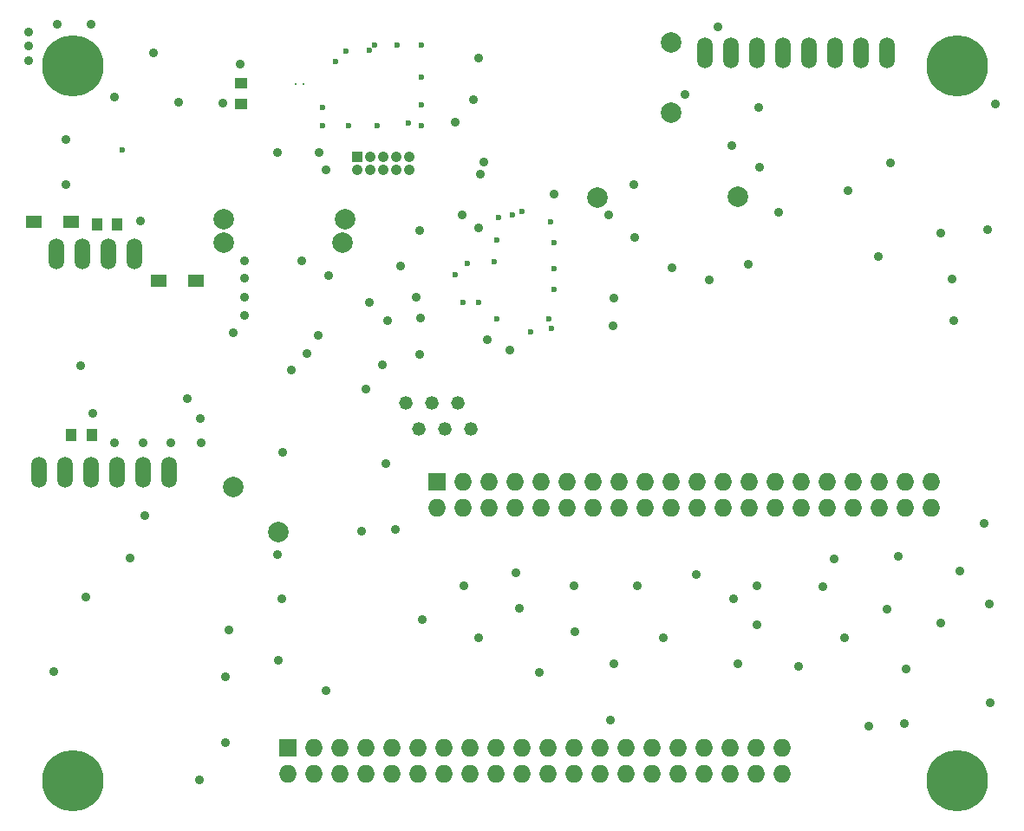
<source format=gts>
G04 #@! TF.FileFunction,Soldermask,Top*
%FSLAX46Y46*%
G04 Gerber Fmt 4.6, Leading zero omitted, Abs format (unit mm)*
G04 Created by KiCad (PCBNEW 4.0.2-4+6225~38~ubuntu15.04.1-stable) date So 06 Mär 2016 00:32:31 CET*
%MOMM*%
G01*
G04 APERTURE LIST*
%ADD10C,0.150000*%
%ADD11C,0.899160*%
%ADD12O,1.506220X3.014980*%
%ADD13R,1.600200X1.198880*%
%ADD14C,6.000000*%
%ADD15R,1.727200X1.727200*%
%ADD16O,1.727200X1.727200*%
%ADD17R,1.050000X1.050000*%
%ADD18C,1.050000*%
%ADD19R,1.000000X1.250000*%
%ADD20R,0.200000X0.200000*%
%ADD21R,1.250000X1.000000*%
%ADD22C,1.320800*%
%ADD23C,2.000000*%
%ADD24C,0.889000*%
%ADD25C,0.600000*%
G04 APERTURE END LIST*
D10*
D11*
X6311900Y-17312640D03*
X6311900Y-12913360D03*
D12*
X86488000Y-4445000D03*
X83948000Y-4445000D03*
X68708000Y-4445000D03*
X71248000Y-4445000D03*
X73788000Y-4445000D03*
X76328000Y-4445000D03*
X78868000Y-4445000D03*
X81408000Y-4445000D03*
X5335000Y-24130000D03*
X7875000Y-24130000D03*
X10415000Y-24130000D03*
X12955000Y-24130000D03*
D13*
X3152140Y-21005800D03*
X6753860Y-21005800D03*
D12*
X3684000Y-45466000D03*
X6224000Y-45466000D03*
X8764000Y-45466000D03*
X11304000Y-45466000D03*
X13844000Y-45466000D03*
X16384000Y-45466000D03*
D14*
X6986000Y-5715000D03*
X93346000Y-5715000D03*
X93345000Y-75565000D03*
X6985000Y-75565000D03*
D15*
X27941000Y-72390000D03*
D16*
X27941000Y-74930000D03*
X30481000Y-72390000D03*
X30481000Y-74930000D03*
X33021000Y-72390000D03*
X33021000Y-74930000D03*
X35561000Y-72390000D03*
X35561000Y-74930000D03*
X38101000Y-72390000D03*
X38101000Y-74930000D03*
X40641000Y-72390000D03*
X40641000Y-74930000D03*
X43181000Y-72390000D03*
X43181000Y-74930000D03*
X45721000Y-72390000D03*
X45721000Y-74930000D03*
X48261000Y-72390000D03*
X48261000Y-74930000D03*
X50801000Y-72390000D03*
X50801000Y-74930000D03*
X53341000Y-72390000D03*
X53341000Y-74930000D03*
X55881000Y-72390000D03*
X55881000Y-74930000D03*
X58421000Y-72390000D03*
X58421000Y-74930000D03*
X60961000Y-72390000D03*
X60961000Y-74930000D03*
X63501000Y-72390000D03*
X63501000Y-74930000D03*
X66041000Y-72390000D03*
X66041000Y-74930000D03*
X68581000Y-72390000D03*
X68581000Y-74930000D03*
X71121000Y-72390000D03*
X71121000Y-74930000D03*
X73661000Y-72390000D03*
X73661000Y-74930000D03*
X76201000Y-72390000D03*
X76201000Y-74930000D03*
D15*
X42546000Y-46355000D03*
D16*
X42546000Y-48895000D03*
X45086000Y-46355000D03*
X45086000Y-48895000D03*
X47626000Y-46355000D03*
X47626000Y-48895000D03*
X50166000Y-46355000D03*
X50166000Y-48895000D03*
X52706000Y-46355000D03*
X52706000Y-48895000D03*
X55246000Y-46355000D03*
X55246000Y-48895000D03*
X57786000Y-46355000D03*
X57786000Y-48895000D03*
X60326000Y-46355000D03*
X60326000Y-48895000D03*
X62866000Y-46355000D03*
X62866000Y-48895000D03*
X65406000Y-46355000D03*
X65406000Y-48895000D03*
X67946000Y-46355000D03*
X67946000Y-48895000D03*
X70486000Y-46355000D03*
X70486000Y-48895000D03*
X73026000Y-46355000D03*
X73026000Y-48895000D03*
X75566000Y-46355000D03*
X75566000Y-48895000D03*
X78106000Y-46355000D03*
X78106000Y-48895000D03*
X80646000Y-46355000D03*
X80646000Y-48895000D03*
X83186000Y-46355000D03*
X83186000Y-48895000D03*
X85726000Y-46355000D03*
X85726000Y-48895000D03*
X88266000Y-46355000D03*
X88266000Y-48895000D03*
X90806000Y-46355000D03*
X90806000Y-48895000D03*
D17*
X34722800Y-14605000D03*
D18*
X35992800Y-14605000D03*
X37262800Y-14605000D03*
X38532800Y-14605000D03*
X39802800Y-14605000D03*
X35992800Y-15875000D03*
X37262800Y-15875000D03*
X38532800Y-15875000D03*
X39802800Y-15875000D03*
X34722800Y-15875000D03*
D19*
X11288000Y-21209000D03*
X9288000Y-21209000D03*
D13*
X18945860Y-26695400D03*
X15344140Y-26695400D03*
D19*
X8823200Y-41808400D03*
X6823200Y-41808400D03*
D20*
X28684000Y-7493000D03*
X29484000Y-7493000D03*
D21*
X23418800Y-9432800D03*
X23418800Y-7432800D03*
D22*
X39497000Y-38671500D03*
X40767000Y-41211500D03*
X42037000Y-38671500D03*
X43307000Y-41211500D03*
X44577000Y-38671500D03*
X45847000Y-41211500D03*
D23*
X33275000Y-22987000D03*
X21654500Y-22987000D03*
X22607000Y-46863000D03*
X27052000Y-51308000D03*
D24*
X21590000Y-9398000D03*
D23*
X71883000Y-18542000D03*
X58192400Y-18567400D03*
D24*
X21844000Y-71882000D03*
X21844000Y-65405000D03*
X26924000Y-14224000D03*
X30988000Y-14224000D03*
X96456500Y-58293000D03*
X93599000Y-55118000D03*
X37528500Y-44577000D03*
X19354800Y-75539600D03*
X27457400Y-43484800D03*
X80200500Y-56642000D03*
X81280000Y-53949600D03*
X67843400Y-55397400D03*
X50241200Y-55270400D03*
X73761600Y-56540400D03*
X55880000Y-56515000D03*
X23317200Y-5537200D03*
X47421800Y-32461200D03*
X46786800Y-16357600D03*
X44958000Y-20320000D03*
X40792400Y-21793200D03*
X47117000Y-15163800D03*
X17272000Y-9271000D03*
X13525500Y-20891500D03*
D25*
X11811000Y-13970000D03*
D24*
X31940500Y-26225500D03*
X29337000Y-24765000D03*
X31686500Y-15875000D03*
X35179000Y-51181000D03*
X45148500Y-56515000D03*
X59436000Y-69659500D03*
X96267000Y-21717000D03*
X97028000Y-9461500D03*
X8864600Y-39649400D03*
X7696200Y-35026600D03*
X29845000Y-33883600D03*
X30886400Y-32080200D03*
X82678000Y-17907000D03*
X86804500Y-15240000D03*
X59753500Y-64198500D03*
X56007000Y-61023500D03*
X52514500Y-65024000D03*
X50546000Y-58737500D03*
X22225000Y-60833000D03*
X27368500Y-57848500D03*
X27052000Y-63817500D03*
X31686500Y-66802000D03*
X92964000Y-30607000D03*
X71310500Y-13525500D03*
X69977000Y-1968500D03*
X44323000Y-11239500D03*
X66738500Y-8572500D03*
X40895000Y-30353000D03*
X40830500Y-33909000D03*
X61849000Y-22479000D03*
X59690000Y-31115000D03*
X59817000Y-28448000D03*
X75870800Y-20040600D03*
X41084500Y-59880500D03*
X88138000Y-69977000D03*
X85598000Y-24384000D03*
X73914000Y-9779000D03*
X53975000Y-18288000D03*
X46609000Y-21590000D03*
X49657000Y-33528000D03*
X59309000Y-20320000D03*
X72898000Y-25146000D03*
X38989000Y-25273000D03*
X35941000Y-28829000D03*
X88328500Y-64706500D03*
X84709000Y-70231000D03*
X96520000Y-67945000D03*
X22580600Y-31826200D03*
X23698200Y-30099000D03*
X23698200Y-28321000D03*
X23698200Y-26492200D03*
X23698200Y-24765000D03*
X11049000Y-42595800D03*
X13843000Y-42595800D03*
X16535400Y-42545000D03*
X19481800Y-42595800D03*
X19431000Y-40208200D03*
X18110200Y-38227000D03*
X69088000Y-26670000D03*
X5080000Y-64897000D03*
X13970000Y-49657000D03*
X8255000Y-57658000D03*
X91694000Y-60198000D03*
X71882000Y-64135000D03*
X73787000Y-60325000D03*
X71501000Y-57785000D03*
X37720000Y-30607000D03*
X38482000Y-51054000D03*
X28322000Y-35433000D03*
X46102000Y-9017000D03*
X46610000Y-4953000D03*
X14859000Y-4445000D03*
X11050000Y-8763000D03*
X74042000Y-15621000D03*
X61722000Y-17335500D03*
X65430400Y-25425400D03*
X91695000Y-22098000D03*
X35561000Y-37338000D03*
X92838000Y-26543000D03*
X37147500Y-34925000D03*
X40514000Y-28321000D03*
X95948500Y-50482500D03*
X86488000Y-58801000D03*
X87579200Y-53670200D03*
X46559200Y-61595000D03*
X12574000Y-53848000D03*
X26899600Y-53517800D03*
X64644000Y-61595000D03*
X62103000Y-56515000D03*
X77852000Y-64389000D03*
X82281000Y-61595000D03*
X8699500Y-1651000D03*
X5461000Y-1651000D03*
X2667000Y-2476500D03*
X2667000Y-3810000D03*
X2667000Y-5207000D03*
D23*
X65342500Y-10350500D03*
X65406000Y-3429000D03*
X33529000Y-20701000D03*
X21667200Y-20751800D03*
D25*
X45086000Y-28829000D03*
X48134000Y-24892000D03*
X48388000Y-22733000D03*
X53722000Y-31369000D03*
X48388000Y-30480000D03*
X51690000Y-31750000D03*
X53468000Y-30480000D03*
X53976000Y-27559000D03*
X53976000Y-25527000D03*
X53976000Y-22987000D03*
X53595000Y-20955000D03*
X50801000Y-19939000D03*
X48515000Y-20574000D03*
X45467000Y-25019000D03*
X44324000Y-26162000D03*
X46610000Y-28829000D03*
X49912000Y-20320000D03*
X33656000Y-4318000D03*
X36450000Y-3683000D03*
X35942000Y-4191000D03*
X38609000Y-3683000D03*
X31370000Y-9779000D03*
X41022000Y-6858000D03*
X41022000Y-9525000D03*
X41022000Y-11557000D03*
X33910000Y-11557000D03*
X31370000Y-11557000D03*
X36704000Y-11557000D03*
X41022000Y-3683000D03*
X32640000Y-5334000D03*
X39752000Y-11303000D03*
M02*

</source>
